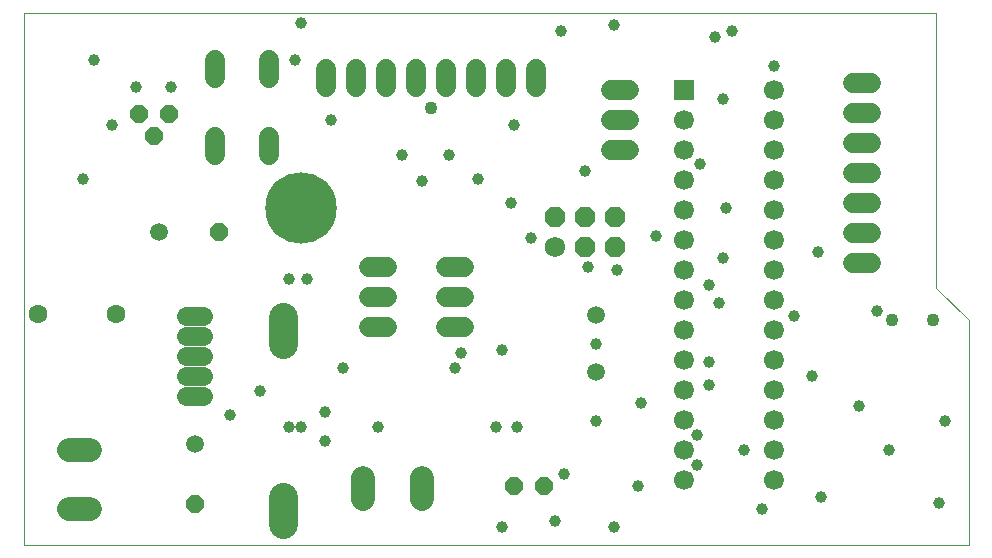
<source format=gbs>
G75*
%MOIN*%
%OFA0B0*%
%FSLAX24Y24*%
%IPPOS*%
%LPD*%
%AMOC8*
5,1,8,0,0,1.08239X$1,22.5*
%
%ADD10C,0.0000*%
%ADD11R,0.0666X0.0666*%
%ADD12C,0.0666*%
%ADD13C,0.0596*%
%ADD14C,0.0679*%
%ADD15OC8,0.0679*%
%ADD16C,0.0630*%
%ADD17C,0.0964*%
%ADD18OC8,0.0596*%
%ADD19C,0.0630*%
%ADD20C,0.0784*%
%ADD21C,0.0679*%
%ADD22C,0.2379*%
%ADD23C,0.0394*%
%ADD24C,0.0433*%
D10*
X000149Y000149D02*
X000149Y017866D01*
X030563Y017866D01*
X030563Y008712D01*
X031645Y007630D01*
X031645Y000149D01*
X000149Y000149D01*
D11*
X022149Y015315D03*
D12*
X022149Y014315D03*
X022149Y013315D03*
X022149Y012315D03*
X022149Y011315D03*
X022149Y010315D03*
X022149Y009315D03*
X022149Y008315D03*
X022149Y007315D03*
X022149Y006315D03*
X022149Y005315D03*
X022149Y004315D03*
X022149Y003315D03*
X022149Y002315D03*
X025149Y002315D03*
X025149Y003315D03*
X025149Y004315D03*
X025149Y005315D03*
X025149Y006315D03*
X025149Y007315D03*
X025149Y008315D03*
X025149Y009315D03*
X025149Y010315D03*
X025149Y011315D03*
X025149Y012315D03*
X025149Y013315D03*
X025149Y014315D03*
X025149Y015315D03*
D13*
X019244Y007792D03*
X019244Y005892D03*
X005858Y003511D03*
X004661Y010582D03*
D14*
X017850Y010082D03*
D15*
X018850Y010082D03*
X019850Y010082D03*
X019850Y011082D03*
X018850Y011082D03*
X017850Y011082D03*
D16*
X006118Y007787D02*
X005567Y007787D01*
X005567Y007118D02*
X006118Y007118D01*
X006118Y006448D02*
X005567Y006448D01*
X005567Y005779D02*
X006118Y005779D01*
X006118Y005110D02*
X005567Y005110D01*
D17*
X008811Y006841D02*
X008811Y007726D01*
X008811Y001726D02*
X008811Y000841D01*
D18*
X005858Y001511D03*
X016480Y002118D03*
X017480Y002118D03*
X006661Y010582D03*
X004480Y013769D03*
X004980Y014519D03*
X003980Y014519D03*
D19*
X003220Y007826D03*
X000622Y007826D03*
D20*
X001659Y003299D02*
X002364Y003299D01*
X002364Y001330D02*
X001659Y001330D01*
X011468Y001659D02*
X011468Y002364D01*
X013437Y002364D02*
X013437Y001659D01*
D21*
X014219Y007417D02*
X014819Y007417D01*
X014819Y008417D02*
X014219Y008417D01*
X014219Y009417D02*
X014819Y009417D01*
X012260Y009417D02*
X011660Y009417D01*
X011660Y008417D02*
X012260Y008417D01*
X012260Y007417D02*
X011660Y007417D01*
X008323Y013136D02*
X008323Y013736D01*
X006543Y013736D02*
X006543Y013136D01*
X010232Y015400D02*
X010232Y016000D01*
X011232Y016000D02*
X011232Y015400D01*
X012232Y015400D02*
X012232Y016000D01*
X013232Y016000D02*
X013232Y015400D01*
X014232Y015400D02*
X014232Y016000D01*
X015232Y016000D02*
X015232Y015400D01*
X016232Y015400D02*
X016232Y016000D01*
X017232Y016000D02*
X017232Y015400D01*
X019731Y015322D02*
X020331Y015322D01*
X020331Y014322D02*
X019731Y014322D01*
X019731Y013322D02*
X020331Y013322D01*
X027802Y013551D02*
X028402Y013551D01*
X028402Y014551D02*
X027802Y014551D01*
X027802Y015551D02*
X028402Y015551D01*
X028402Y012551D02*
X027802Y012551D01*
X027802Y011551D02*
X028402Y011551D01*
X028402Y010551D02*
X027802Y010551D01*
X027802Y009551D02*
X028402Y009551D01*
X008323Y015696D02*
X008323Y016296D01*
X006543Y016296D02*
X006543Y015696D01*
D22*
X009401Y011370D03*
D23*
X012748Y013141D03*
X013437Y012256D03*
X014322Y013141D03*
X015307Y012354D03*
X016389Y011527D03*
X017078Y010385D03*
X018948Y009401D03*
X019933Y009303D03*
X021212Y010444D03*
X023476Y009696D03*
X022984Y008811D03*
X023319Y008220D03*
X025838Y007767D03*
X028594Y007925D03*
X026626Y009893D03*
X023574Y011370D03*
X022689Y012846D03*
X023476Y015011D03*
X025149Y016094D03*
X023771Y017275D03*
X023181Y017078D03*
X019834Y017472D03*
X018063Y017275D03*
X016488Y014126D03*
X018850Y012610D03*
X010385Y014322D03*
X009204Y016291D03*
X009401Y017531D03*
X005070Y015405D03*
X003889Y015405D03*
X002511Y016291D03*
X003102Y014126D03*
X002118Y012354D03*
X009007Y009007D03*
X009598Y009007D03*
X010779Y006055D03*
X010189Y004578D03*
X009401Y004086D03*
X009007Y004086D03*
X010189Y003594D03*
X011960Y004086D03*
X014519Y006055D03*
X014716Y006547D03*
X016094Y006645D03*
X019244Y006842D03*
X020720Y004874D03*
X019244Y004283D03*
X016586Y004086D03*
X015897Y004086D03*
X018161Y002511D03*
X020622Y002118D03*
X022590Y002807D03*
X024165Y003299D03*
X022590Y003791D03*
X022984Y005464D03*
X022984Y006252D03*
X026429Y005759D03*
X028004Y004775D03*
X028988Y003299D03*
X030858Y004283D03*
X026724Y001724D03*
X024756Y001330D03*
X019834Y000740D03*
X017866Y000937D03*
X016094Y000740D03*
X008023Y005267D03*
X007039Y004480D03*
X030661Y001527D03*
D24*
X030464Y007630D03*
X029086Y007630D03*
X013732Y014716D03*
M02*

</source>
